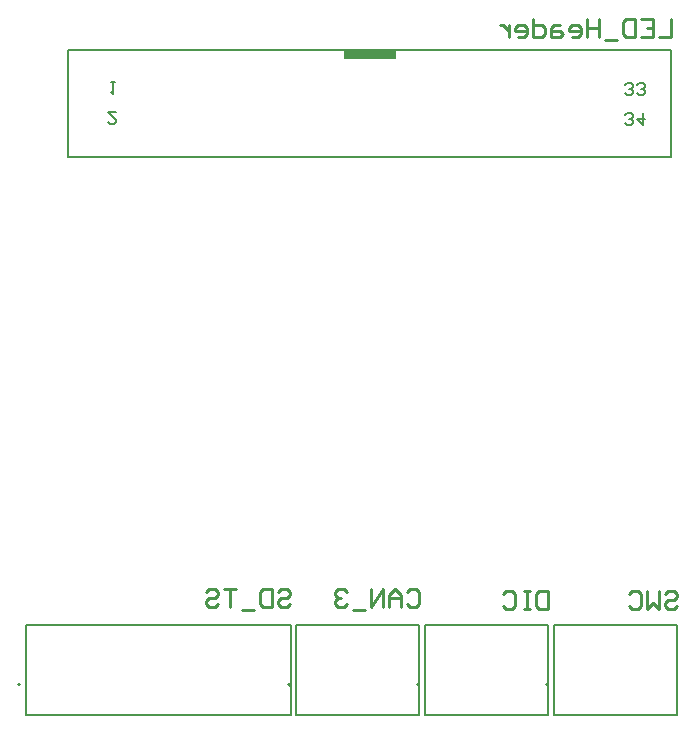
<source format=gbo>
G04*
G04 #@! TF.GenerationSoftware,Altium Limited,Altium Designer,23.8.1 (32)*
G04*
G04 Layer_Color=32896*
%FSLAX43Y43*%
%MOMM*%
G71*
G04*
G04 #@! TF.SameCoordinates,9BBBEFC2-DBCC-4367-88D2-B00D1FEB7D6A*
G04*
G04*
G04 #@! TF.FilePolarity,Positive*
G04*
G01*
G75*
%ADD13C,0.200*%
%ADD15C,0.254*%
%ADD16C,0.152*%
%ADD65R,4.500X0.800*%
D13*
X29400Y12800D02*
G03*
X29400Y12800I-100J0D01*
G01*
X74100D02*
G03*
X74100Y12800I-100J0D01*
G01*
X63200D02*
G03*
X63200Y12800I-100J0D01*
G01*
X52300D02*
G03*
X52300Y12800I-100J0D01*
G01*
X33480Y57500D02*
Y66500D01*
X84520D01*
X33480Y57500D02*
X84520D01*
Y66500D01*
X52300Y10200D02*
Y17830D01*
X29900D02*
X52300D01*
X29900Y10200D02*
X52300D01*
X29900D02*
Y17830D01*
X85000Y10200D02*
Y17830D01*
X74600D02*
X85000D01*
X74600Y10200D02*
X85000D01*
X74600D02*
Y17830D01*
X74100Y10200D02*
Y17830D01*
X63700D02*
X74100D01*
X63700Y10200D02*
X74100D01*
X63700D02*
Y17830D01*
X63200Y10200D02*
Y17830D01*
X52800D02*
X63200D01*
X52800Y10200D02*
X63200D01*
X52800D02*
Y17830D01*
D15*
X84480Y69189D02*
Y67665D01*
X83465D01*
X81941Y69189D02*
X82957D01*
Y67665D01*
X81941D01*
X82957Y68427D02*
X82449D01*
X81433Y69189D02*
Y67665D01*
X80672D01*
X80418Y67919D01*
Y68935D01*
X80672Y69189D01*
X81433D01*
X79910Y67411D02*
X78894D01*
X78386Y69189D02*
Y67665D01*
Y68427D01*
X77371D01*
Y69189D01*
Y67665D01*
X76101D02*
X76609D01*
X76863Y67919D01*
Y68427D01*
X76609Y68681D01*
X76101D01*
X75847Y68427D01*
Y68173D01*
X76863D01*
X75085Y68681D02*
X74578D01*
X74324Y68427D01*
Y67665D01*
X75085D01*
X75339Y67919D01*
X75085Y68173D01*
X74324D01*
X72800Y69189D02*
Y67665D01*
X73562D01*
X73816Y67919D01*
Y68427D01*
X73562Y68681D01*
X72800D01*
X71531Y67665D02*
X72038D01*
X72292Y67919D01*
Y68427D01*
X72038Y68681D01*
X71531D01*
X71277Y68427D01*
Y68173D01*
X72292D01*
X70769Y68681D02*
Y67665D01*
Y68173D01*
X70515Y68427D01*
X70261Y68681D01*
X70007D01*
X83966Y20508D02*
X84220Y20762D01*
X84727D01*
X84981Y20508D01*
Y20254D01*
X84727Y20000D01*
X84220D01*
X83966Y19746D01*
Y19492D01*
X84220Y19238D01*
X84727D01*
X84981Y19492D01*
X83458Y20762D02*
Y19238D01*
X82950Y19746D01*
X82442Y19238D01*
Y20762D01*
X80919Y20508D02*
X81173Y20762D01*
X81680D01*
X81934Y20508D01*
Y19492D01*
X81680Y19238D01*
X81173D01*
X80919Y19492D01*
X51239Y20635D02*
X51493Y20889D01*
X52001D01*
X52255Y20635D01*
Y20381D01*
X52001Y20127D01*
X51493D01*
X51239Y19873D01*
Y19619D01*
X51493Y19365D01*
X52001D01*
X52255Y19619D01*
X50731Y20889D02*
Y19365D01*
X49970D01*
X49716Y19619D01*
Y20635D01*
X49970Y20889D01*
X50731D01*
X49208Y19111D02*
X48192D01*
X47684Y20889D02*
X46669D01*
X47176D01*
Y19365D01*
X45145Y20635D02*
X45399Y20889D01*
X45907D01*
X46161Y20635D01*
Y20381D01*
X45907Y20127D01*
X45399D01*
X45145Y19873D01*
Y19619D01*
X45399Y19365D01*
X45907D01*
X46161Y19619D01*
X74074Y20762D02*
Y19238D01*
X73313D01*
X73059Y19492D01*
Y20508D01*
X73313Y20762D01*
X74074D01*
X72551D02*
X72043D01*
X72297D01*
Y19238D01*
X72551D01*
X72043D01*
X70266Y20508D02*
X70520Y20762D01*
X71027D01*
X71281Y20508D01*
Y19492D01*
X71027Y19238D01*
X70520D01*
X70266Y19492D01*
X62159Y20635D02*
X62413Y20889D01*
X62921D01*
X63175Y20635D01*
Y19619D01*
X62921Y19365D01*
X62413D01*
X62159Y19619D01*
X61651Y19365D02*
Y20381D01*
X61144Y20889D01*
X60636Y20381D01*
Y19365D01*
Y20127D01*
X61651D01*
X60128Y19365D02*
Y20889D01*
X59112Y19365D01*
Y20889D01*
X58604Y19111D02*
X57589D01*
X57081Y20635D02*
X56827Y20889D01*
X56319D01*
X56065Y20635D01*
Y20381D01*
X56319Y20127D01*
X56573D01*
X56319D01*
X56065Y19873D01*
Y19619D01*
X56319Y19365D01*
X56827D01*
X57081Y19619D01*
D16*
X80580Y62894D02*
X80749Y62724D01*
X81088D01*
X81257Y62894D01*
Y63063D01*
X81088Y63232D01*
X80919D01*
X81088D01*
X81257Y63401D01*
Y63571D01*
X81088Y63740D01*
X80749D01*
X80580Y63571D01*
X81596Y62894D02*
X81765Y62724D01*
X82104D01*
X82273Y62894D01*
Y63063D01*
X82104Y63232D01*
X81934D01*
X82104D01*
X82273Y63401D01*
Y63571D01*
X82104Y63740D01*
X81765D01*
X81596Y63571D01*
X80580Y60354D02*
X80749Y60184D01*
X81088D01*
X81257Y60354D01*
Y60523D01*
X81088Y60692D01*
X80919D01*
X81088D01*
X81257Y60861D01*
Y61031D01*
X81088Y61200D01*
X80749D01*
X80580Y61031D01*
X82104Y61200D02*
Y60184D01*
X81596Y60692D01*
X82273D01*
X37497Y61260D02*
X36820D01*
X37497Y60583D01*
Y60414D01*
X37328Y60244D01*
X36989D01*
X36820Y60414D01*
X37120Y63800D02*
X37459D01*
X37289D01*
Y62784D01*
X37120Y62954D01*
D65*
X59000Y66100D02*
D03*
M02*

</source>
